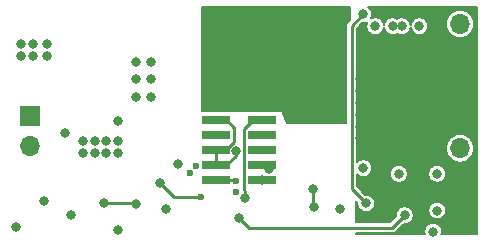
<source format=gbr>
G04 #@! TF.GenerationSoftware,KiCad,Pcbnew,(5.1.2)-2*
G04 #@! TF.CreationDate,2021-10-19T00:11:07+01:00*
G04 #@! TF.ProjectId,HVDCDC,48564443-4443-42e6-9b69-6361645f7063,rev?*
G04 #@! TF.SameCoordinates,Original*
G04 #@! TF.FileFunction,Copper,L4,Bot*
G04 #@! TF.FilePolarity,Positive*
%FSLAX46Y46*%
G04 Gerber Fmt 4.6, Leading zero omitted, Abs format (unit mm)*
G04 Created by KiCad (PCBNEW (5.1.2)-2) date 2021-10-19 00:11:07*
%MOMM*%
%LPD*%
G04 APERTURE LIST*
%ADD10R,2.400000X0.740000*%
%ADD11O,1.700000X1.700000*%
%ADD12R,1.700000X1.700000*%
%ADD13C,0.800000*%
%ADD14C,0.600000*%
%ADD15C,0.250000*%
%ADD16C,0.200000*%
G04 APERTURE END LIST*
D10*
X133450000Y-69960000D03*
X129550000Y-69960000D03*
X133450000Y-71230000D03*
X129550000Y-71230000D03*
X133450000Y-72500000D03*
X129550000Y-72500000D03*
X133450000Y-73770000D03*
X129550000Y-73770000D03*
X133450000Y-75040000D03*
X129550000Y-75040000D03*
D11*
X150200000Y-72340000D03*
D12*
X150200000Y-69800000D03*
D11*
X113800000Y-72140000D03*
D12*
X113800000Y-69600000D03*
D11*
X150200000Y-61810000D03*
D12*
X150200000Y-64350000D03*
D13*
X145250000Y-62000000D03*
X146750000Y-62000000D03*
X144500000Y-62000000D03*
X143000000Y-62000000D03*
X122750000Y-68000000D03*
X122750000Y-66500000D03*
X122750000Y-65000000D03*
X124000000Y-68000000D03*
X124000000Y-66500000D03*
X124000000Y-65000000D03*
X133750000Y-68000000D03*
X132500000Y-68000000D03*
X132500000Y-66500000D03*
X133750000Y-66500000D03*
X133750000Y-65000000D03*
X132500000Y-65000000D03*
X137500000Y-64000000D03*
X136500000Y-64000000D03*
X136500000Y-63000000D03*
X137500000Y-63000000D03*
X138500000Y-63000000D03*
X138500000Y-64000000D03*
X138500000Y-65000000D03*
X137500000Y-65000000D03*
X136500000Y-65000000D03*
X139500000Y-65000000D03*
X139500000Y-64000000D03*
X139500000Y-63000000D03*
X139500000Y-62000000D03*
X138500000Y-62000000D03*
X137500000Y-62000000D03*
X136500000Y-62000000D03*
X139500000Y-61000000D03*
X138500000Y-61000000D03*
X137500000Y-61000000D03*
X136500000Y-61000000D03*
X144750000Y-70500000D03*
X143750000Y-70500000D03*
X142750000Y-70500000D03*
X141750000Y-70500000D03*
X141750000Y-69500000D03*
X142750000Y-69500000D03*
X143750000Y-69500000D03*
X144750000Y-69500000D03*
X145750000Y-69500000D03*
X145750000Y-68500000D03*
X144750000Y-68500000D03*
X143750000Y-68500000D03*
X142750000Y-68500000D03*
X141750000Y-68500000D03*
X141750000Y-67500000D03*
X142750000Y-67500000D03*
X143750000Y-67500000D03*
X144750000Y-67500000D03*
X118250000Y-72750000D03*
X119250000Y-72750000D03*
X120250000Y-72750000D03*
X121250000Y-72750000D03*
X121250000Y-71750000D03*
X120250000Y-71750000D03*
X119250000Y-71750000D03*
X118250000Y-71750000D03*
X117250000Y-78000000D03*
X113000000Y-64500000D03*
X114000000Y-64500000D03*
X115250000Y-64500000D03*
X115250000Y-63500000D03*
X114000000Y-63500000D03*
X113000000Y-63500000D03*
X142000000Y-61000000D03*
X142250000Y-77000000D03*
X125250000Y-77500000D03*
X121250000Y-70000000D03*
X140000000Y-77500000D03*
X148250000Y-74500000D03*
X148239168Y-77599084D03*
X116750000Y-71062510D03*
X112625000Y-79000000D03*
X145000000Y-74500000D03*
X126300000Y-73700004D03*
D14*
X131200000Y-75999999D03*
X127300243Y-74424696D03*
D13*
X131199985Y-72600000D03*
X142000000Y-74000000D03*
X115000000Y-76750000D03*
X121250000Y-79250000D03*
X147900000Y-79375000D03*
X131500000Y-78250016D03*
X145500000Y-78000000D03*
X120000000Y-77000000D03*
X122750000Y-77049968D03*
D14*
X127800000Y-73800000D03*
X131211107Y-75094587D03*
D13*
X141750000Y-66500000D03*
X142750000Y-66500000D03*
X143750000Y-66500000D03*
X144750000Y-66500000D03*
X145750000Y-66500000D03*
X146750000Y-66500000D03*
X146750000Y-67500000D03*
X145750000Y-67500000D03*
X146750000Y-68500000D03*
X146750000Y-69500000D03*
X145750000Y-70500000D03*
X141750000Y-71500000D03*
X142750000Y-71500000D03*
X143750000Y-71500000D03*
X144750000Y-71500000D03*
X145750000Y-71500000D03*
X133450000Y-75040000D03*
X134000000Y-74069998D03*
X132008326Y-76504231D03*
X124787500Y-75287500D03*
D14*
X128225000Y-76460692D03*
D13*
X137750000Y-75750000D03*
X137792659Y-77292663D03*
X135500000Y-61000000D03*
X140500000Y-61000000D03*
X135500000Y-62000000D03*
X139500000Y-66000000D03*
X138500000Y-66000000D03*
X137500000Y-66000000D03*
X136500000Y-66000000D03*
X135500000Y-66000000D03*
X135500000Y-63000000D03*
X135500000Y-64000000D03*
X135500000Y-65000000D03*
X129000000Y-60750000D03*
X129000000Y-68750000D03*
D15*
X142000000Y-61000000D02*
X141000000Y-62000000D01*
X141000000Y-62000000D02*
X141000000Y-75750000D01*
X141850001Y-76600001D02*
X142250000Y-77000000D01*
X141000000Y-75750000D02*
X141850001Y-76600001D01*
X129550000Y-73770000D02*
X129550000Y-72500000D01*
X130380000Y-72500000D02*
X129550000Y-72500000D01*
X131075001Y-71804999D02*
X130380000Y-72500000D01*
X131075001Y-70599999D02*
X131075001Y-71804999D01*
X130435002Y-69960000D02*
X131075001Y-70599999D01*
X129550000Y-69960000D02*
X130435002Y-69960000D01*
X129550000Y-73770000D02*
X130380000Y-73770000D01*
X130380000Y-73770000D02*
X131199985Y-72950015D01*
X131199985Y-72950015D02*
X131199985Y-72600000D01*
X145100001Y-78399999D02*
X145500000Y-78000000D01*
X144438517Y-79061483D02*
X145100001Y-78399999D01*
X132311467Y-79061483D02*
X144438517Y-79061483D01*
X131500000Y-78250016D02*
X132311467Y-79061483D01*
X120000000Y-77000000D02*
X122700032Y-77000000D01*
X122700032Y-77000000D02*
X122750000Y-77049968D01*
X129550000Y-75040000D02*
X131156520Y-75040000D01*
X131156520Y-75040000D02*
X131211107Y-75094587D01*
X133450000Y-73770000D02*
X133700002Y-73770000D01*
X133700002Y-73770000D02*
X134000000Y-74069998D01*
X133450000Y-69960000D02*
X132620000Y-69960000D01*
X132008326Y-75938546D02*
X132008326Y-76504231D01*
X131924999Y-75855219D02*
X132008326Y-75938546D01*
X131924999Y-70655001D02*
X131924999Y-75855219D01*
X132620000Y-69960000D02*
X131924999Y-70655001D01*
X125960692Y-76460692D02*
X124787500Y-75287500D01*
X128225000Y-76460692D02*
X125960692Y-76460692D01*
X137750000Y-77250004D02*
X137792659Y-77292663D01*
X137750000Y-75750000D02*
X137750000Y-77250004D01*
D16*
G36*
X151625001Y-79625000D02*
G01*
X148608241Y-79625000D01*
X148621178Y-79593767D01*
X148650000Y-79448869D01*
X148650000Y-79301131D01*
X148621178Y-79156233D01*
X148564641Y-79019742D01*
X148482563Y-78896903D01*
X148378097Y-78792437D01*
X148255258Y-78710359D01*
X148118767Y-78653822D01*
X147973869Y-78625000D01*
X147826131Y-78625000D01*
X147681233Y-78653822D01*
X147544742Y-78710359D01*
X147421903Y-78792437D01*
X147317437Y-78896903D01*
X147235359Y-79019742D01*
X147178822Y-79156233D01*
X147150000Y-79301131D01*
X147150000Y-79448869D01*
X147178822Y-79593767D01*
X147191759Y-79625000D01*
X141350000Y-79625000D01*
X141350000Y-79536483D01*
X144415185Y-79536483D01*
X144438517Y-79538781D01*
X144461849Y-79536483D01*
X144531633Y-79529610D01*
X144621171Y-79502449D01*
X144703690Y-79458342D01*
X144776018Y-79398984D01*
X144790901Y-79380850D01*
X145422478Y-78749273D01*
X145426131Y-78750000D01*
X145573869Y-78750000D01*
X145718767Y-78721178D01*
X145855258Y-78664641D01*
X145978097Y-78582563D01*
X146082563Y-78478097D01*
X146164641Y-78355258D01*
X146221178Y-78218767D01*
X146250000Y-78073869D01*
X146250000Y-77926131D01*
X146221178Y-77781233D01*
X146164641Y-77644742D01*
X146084776Y-77525215D01*
X147489168Y-77525215D01*
X147489168Y-77672953D01*
X147517990Y-77817851D01*
X147574527Y-77954342D01*
X147656605Y-78077181D01*
X147761071Y-78181647D01*
X147883910Y-78263725D01*
X148020401Y-78320262D01*
X148165299Y-78349084D01*
X148313037Y-78349084D01*
X148457935Y-78320262D01*
X148594426Y-78263725D01*
X148717265Y-78181647D01*
X148821731Y-78077181D01*
X148903809Y-77954342D01*
X148960346Y-77817851D01*
X148989168Y-77672953D01*
X148989168Y-77525215D01*
X148960346Y-77380317D01*
X148903809Y-77243826D01*
X148821731Y-77120987D01*
X148717265Y-77016521D01*
X148594426Y-76934443D01*
X148457935Y-76877906D01*
X148313037Y-76849084D01*
X148165299Y-76849084D01*
X148020401Y-76877906D01*
X147883910Y-76934443D01*
X147761071Y-77016521D01*
X147656605Y-77120987D01*
X147574527Y-77243826D01*
X147517990Y-77380317D01*
X147489168Y-77525215D01*
X146084776Y-77525215D01*
X146082563Y-77521903D01*
X145978097Y-77417437D01*
X145855258Y-77335359D01*
X145718767Y-77278822D01*
X145573869Y-77250000D01*
X145426131Y-77250000D01*
X145281233Y-77278822D01*
X145144742Y-77335359D01*
X145021903Y-77417437D01*
X144917437Y-77521903D01*
X144835359Y-77644742D01*
X144778822Y-77781233D01*
X144750000Y-77926131D01*
X144750000Y-78073869D01*
X144750727Y-78077522D01*
X144241767Y-78586483D01*
X141350000Y-78586483D01*
X141350000Y-76771751D01*
X141500727Y-76922478D01*
X141500000Y-76926131D01*
X141500000Y-77073869D01*
X141528822Y-77218767D01*
X141585359Y-77355258D01*
X141667437Y-77478097D01*
X141771903Y-77582563D01*
X141894742Y-77664641D01*
X142031233Y-77721178D01*
X142176131Y-77750000D01*
X142323869Y-77750000D01*
X142468767Y-77721178D01*
X142605258Y-77664641D01*
X142728097Y-77582563D01*
X142832563Y-77478097D01*
X142914641Y-77355258D01*
X142971178Y-77218767D01*
X143000000Y-77073869D01*
X143000000Y-76926131D01*
X142971178Y-76781233D01*
X142914641Y-76644742D01*
X142832563Y-76521903D01*
X142728097Y-76417437D01*
X142605258Y-76335359D01*
X142468767Y-76278822D01*
X142323869Y-76250000D01*
X142176131Y-76250000D01*
X142172478Y-76250727D01*
X141475000Y-75553250D01*
X141475000Y-74535660D01*
X141521903Y-74582563D01*
X141644742Y-74664641D01*
X141781233Y-74721178D01*
X141926131Y-74750000D01*
X142073869Y-74750000D01*
X142218767Y-74721178D01*
X142355258Y-74664641D01*
X142478097Y-74582563D01*
X142582563Y-74478097D01*
X142617285Y-74426131D01*
X144250000Y-74426131D01*
X144250000Y-74573869D01*
X144278822Y-74718767D01*
X144335359Y-74855258D01*
X144417437Y-74978097D01*
X144521903Y-75082563D01*
X144644742Y-75164641D01*
X144781233Y-75221178D01*
X144926131Y-75250000D01*
X145073869Y-75250000D01*
X145218767Y-75221178D01*
X145355258Y-75164641D01*
X145478097Y-75082563D01*
X145582563Y-74978097D01*
X145664641Y-74855258D01*
X145721178Y-74718767D01*
X145750000Y-74573869D01*
X145750000Y-74426131D01*
X147500000Y-74426131D01*
X147500000Y-74573869D01*
X147528822Y-74718767D01*
X147585359Y-74855258D01*
X147667437Y-74978097D01*
X147771903Y-75082563D01*
X147894742Y-75164641D01*
X148031233Y-75221178D01*
X148176131Y-75250000D01*
X148323869Y-75250000D01*
X148468767Y-75221178D01*
X148605258Y-75164641D01*
X148728097Y-75082563D01*
X148832563Y-74978097D01*
X148914641Y-74855258D01*
X148971178Y-74718767D01*
X149000000Y-74573869D01*
X149000000Y-74426131D01*
X148971178Y-74281233D01*
X148914641Y-74144742D01*
X148832563Y-74021903D01*
X148728097Y-73917437D01*
X148605258Y-73835359D01*
X148468767Y-73778822D01*
X148323869Y-73750000D01*
X148176131Y-73750000D01*
X148031233Y-73778822D01*
X147894742Y-73835359D01*
X147771903Y-73917437D01*
X147667437Y-74021903D01*
X147585359Y-74144742D01*
X147528822Y-74281233D01*
X147500000Y-74426131D01*
X145750000Y-74426131D01*
X145721178Y-74281233D01*
X145664641Y-74144742D01*
X145582563Y-74021903D01*
X145478097Y-73917437D01*
X145355258Y-73835359D01*
X145218767Y-73778822D01*
X145073869Y-73750000D01*
X144926131Y-73750000D01*
X144781233Y-73778822D01*
X144644742Y-73835359D01*
X144521903Y-73917437D01*
X144417437Y-74021903D01*
X144335359Y-74144742D01*
X144278822Y-74281233D01*
X144250000Y-74426131D01*
X142617285Y-74426131D01*
X142664641Y-74355258D01*
X142721178Y-74218767D01*
X142750000Y-74073869D01*
X142750000Y-73926131D01*
X142721178Y-73781233D01*
X142664641Y-73644742D01*
X142582563Y-73521903D01*
X142478097Y-73417437D01*
X142355258Y-73335359D01*
X142218767Y-73278822D01*
X142073869Y-73250000D01*
X141926131Y-73250000D01*
X141781233Y-73278822D01*
X141644742Y-73335359D01*
X141521903Y-73417437D01*
X141475000Y-73464340D01*
X141475000Y-72340000D01*
X148994194Y-72340000D01*
X149017363Y-72575241D01*
X149085981Y-72801442D01*
X149197409Y-73009910D01*
X149347366Y-73192634D01*
X149530090Y-73342591D01*
X149738558Y-73454019D01*
X149964759Y-73522637D01*
X150141050Y-73540000D01*
X150258950Y-73540000D01*
X150435241Y-73522637D01*
X150661442Y-73454019D01*
X150869910Y-73342591D01*
X151052634Y-73192634D01*
X151202591Y-73009910D01*
X151314019Y-72801442D01*
X151382637Y-72575241D01*
X151405806Y-72340000D01*
X151382637Y-72104759D01*
X151314019Y-71878558D01*
X151202591Y-71670090D01*
X151052634Y-71487366D01*
X150869910Y-71337409D01*
X150661442Y-71225981D01*
X150435241Y-71157363D01*
X150258950Y-71140000D01*
X150141050Y-71140000D01*
X149964759Y-71157363D01*
X149738558Y-71225981D01*
X149530090Y-71337409D01*
X149347366Y-71487366D01*
X149197409Y-71670090D01*
X149085981Y-71878558D01*
X149017363Y-72104759D01*
X148994194Y-72340000D01*
X141475000Y-72340000D01*
X141475000Y-62196750D01*
X141922478Y-61749273D01*
X141926131Y-61750000D01*
X142073869Y-61750000D01*
X142218767Y-61721178D01*
X142321288Y-61678712D01*
X142278822Y-61781233D01*
X142250000Y-61926131D01*
X142250000Y-62073869D01*
X142278822Y-62218767D01*
X142335359Y-62355258D01*
X142417437Y-62478097D01*
X142521903Y-62582563D01*
X142644742Y-62664641D01*
X142781233Y-62721178D01*
X142926131Y-62750000D01*
X143073869Y-62750000D01*
X143218767Y-62721178D01*
X143355258Y-62664641D01*
X143478097Y-62582563D01*
X143582563Y-62478097D01*
X143664641Y-62355258D01*
X143721178Y-62218767D01*
X143750000Y-62073869D01*
X143778822Y-62218767D01*
X143835359Y-62355258D01*
X143917437Y-62478097D01*
X144021903Y-62582563D01*
X144144742Y-62664641D01*
X144281233Y-62721178D01*
X144426131Y-62750000D01*
X144573869Y-62750000D01*
X144718767Y-62721178D01*
X144855258Y-62664641D01*
X144875000Y-62651450D01*
X144894742Y-62664641D01*
X145031233Y-62721178D01*
X145176131Y-62750000D01*
X145323869Y-62750000D01*
X145468767Y-62721178D01*
X145605258Y-62664641D01*
X145728097Y-62582563D01*
X145832563Y-62478097D01*
X145914641Y-62355258D01*
X145971178Y-62218767D01*
X146000000Y-62073869D01*
X146028822Y-62218767D01*
X146085359Y-62355258D01*
X146167437Y-62478097D01*
X146271903Y-62582563D01*
X146394742Y-62664641D01*
X146531233Y-62721178D01*
X146676131Y-62750000D01*
X146823869Y-62750000D01*
X146968767Y-62721178D01*
X147105258Y-62664641D01*
X147228097Y-62582563D01*
X147332563Y-62478097D01*
X147414641Y-62355258D01*
X147471178Y-62218767D01*
X147500000Y-62073869D01*
X147500000Y-61926131D01*
X147476901Y-61810000D01*
X148994194Y-61810000D01*
X149017363Y-62045241D01*
X149085981Y-62271442D01*
X149197409Y-62479910D01*
X149347366Y-62662634D01*
X149530090Y-62812591D01*
X149738558Y-62924019D01*
X149964759Y-62992637D01*
X150141050Y-63010000D01*
X150258950Y-63010000D01*
X150435241Y-62992637D01*
X150661442Y-62924019D01*
X150869910Y-62812591D01*
X151052634Y-62662634D01*
X151202591Y-62479910D01*
X151314019Y-62271442D01*
X151382637Y-62045241D01*
X151405806Y-61810000D01*
X151382637Y-61574759D01*
X151314019Y-61348558D01*
X151202591Y-61140090D01*
X151052634Y-60957366D01*
X150869910Y-60807409D01*
X150661442Y-60695981D01*
X150435241Y-60627363D01*
X150258950Y-60610000D01*
X150141050Y-60610000D01*
X149964759Y-60627363D01*
X149738558Y-60695981D01*
X149530090Y-60807409D01*
X149347366Y-60957366D01*
X149197409Y-61140090D01*
X149085981Y-61348558D01*
X149017363Y-61574759D01*
X148994194Y-61810000D01*
X147476901Y-61810000D01*
X147471178Y-61781233D01*
X147414641Y-61644742D01*
X147332563Y-61521903D01*
X147228097Y-61417437D01*
X147105258Y-61335359D01*
X146968767Y-61278822D01*
X146823869Y-61250000D01*
X146676131Y-61250000D01*
X146531233Y-61278822D01*
X146394742Y-61335359D01*
X146271903Y-61417437D01*
X146167437Y-61521903D01*
X146085359Y-61644742D01*
X146028822Y-61781233D01*
X146000000Y-61926131D01*
X145971178Y-61781233D01*
X145914641Y-61644742D01*
X145832563Y-61521903D01*
X145728097Y-61417437D01*
X145605258Y-61335359D01*
X145468767Y-61278822D01*
X145323869Y-61250000D01*
X145176131Y-61250000D01*
X145031233Y-61278822D01*
X144894742Y-61335359D01*
X144875000Y-61348550D01*
X144855258Y-61335359D01*
X144718767Y-61278822D01*
X144573869Y-61250000D01*
X144426131Y-61250000D01*
X144281233Y-61278822D01*
X144144742Y-61335359D01*
X144021903Y-61417437D01*
X143917437Y-61521903D01*
X143835359Y-61644742D01*
X143778822Y-61781233D01*
X143750000Y-61926131D01*
X143721178Y-61781233D01*
X143664641Y-61644742D01*
X143582563Y-61521903D01*
X143478097Y-61417437D01*
X143355258Y-61335359D01*
X143218767Y-61278822D01*
X143073869Y-61250000D01*
X142926131Y-61250000D01*
X142781233Y-61278822D01*
X142678712Y-61321288D01*
X142721178Y-61218767D01*
X142750000Y-61073869D01*
X142750000Y-60926131D01*
X142721178Y-60781233D01*
X142664641Y-60644742D01*
X142582563Y-60521903D01*
X142478097Y-60417437D01*
X142414585Y-60375000D01*
X151625000Y-60375000D01*
X151625001Y-79625000D01*
X151625001Y-79625000D01*
G37*
X151625001Y-79625000D02*
X148608241Y-79625000D01*
X148621178Y-79593767D01*
X148650000Y-79448869D01*
X148650000Y-79301131D01*
X148621178Y-79156233D01*
X148564641Y-79019742D01*
X148482563Y-78896903D01*
X148378097Y-78792437D01*
X148255258Y-78710359D01*
X148118767Y-78653822D01*
X147973869Y-78625000D01*
X147826131Y-78625000D01*
X147681233Y-78653822D01*
X147544742Y-78710359D01*
X147421903Y-78792437D01*
X147317437Y-78896903D01*
X147235359Y-79019742D01*
X147178822Y-79156233D01*
X147150000Y-79301131D01*
X147150000Y-79448869D01*
X147178822Y-79593767D01*
X147191759Y-79625000D01*
X141350000Y-79625000D01*
X141350000Y-79536483D01*
X144415185Y-79536483D01*
X144438517Y-79538781D01*
X144461849Y-79536483D01*
X144531633Y-79529610D01*
X144621171Y-79502449D01*
X144703690Y-79458342D01*
X144776018Y-79398984D01*
X144790901Y-79380850D01*
X145422478Y-78749273D01*
X145426131Y-78750000D01*
X145573869Y-78750000D01*
X145718767Y-78721178D01*
X145855258Y-78664641D01*
X145978097Y-78582563D01*
X146082563Y-78478097D01*
X146164641Y-78355258D01*
X146221178Y-78218767D01*
X146250000Y-78073869D01*
X146250000Y-77926131D01*
X146221178Y-77781233D01*
X146164641Y-77644742D01*
X146084776Y-77525215D01*
X147489168Y-77525215D01*
X147489168Y-77672953D01*
X147517990Y-77817851D01*
X147574527Y-77954342D01*
X147656605Y-78077181D01*
X147761071Y-78181647D01*
X147883910Y-78263725D01*
X148020401Y-78320262D01*
X148165299Y-78349084D01*
X148313037Y-78349084D01*
X148457935Y-78320262D01*
X148594426Y-78263725D01*
X148717265Y-78181647D01*
X148821731Y-78077181D01*
X148903809Y-77954342D01*
X148960346Y-77817851D01*
X148989168Y-77672953D01*
X148989168Y-77525215D01*
X148960346Y-77380317D01*
X148903809Y-77243826D01*
X148821731Y-77120987D01*
X148717265Y-77016521D01*
X148594426Y-76934443D01*
X148457935Y-76877906D01*
X148313037Y-76849084D01*
X148165299Y-76849084D01*
X148020401Y-76877906D01*
X147883910Y-76934443D01*
X147761071Y-77016521D01*
X147656605Y-77120987D01*
X147574527Y-77243826D01*
X147517990Y-77380317D01*
X147489168Y-77525215D01*
X146084776Y-77525215D01*
X146082563Y-77521903D01*
X145978097Y-77417437D01*
X145855258Y-77335359D01*
X145718767Y-77278822D01*
X145573869Y-77250000D01*
X145426131Y-77250000D01*
X145281233Y-77278822D01*
X145144742Y-77335359D01*
X145021903Y-77417437D01*
X144917437Y-77521903D01*
X144835359Y-77644742D01*
X144778822Y-77781233D01*
X144750000Y-77926131D01*
X144750000Y-78073869D01*
X144750727Y-78077522D01*
X144241767Y-78586483D01*
X141350000Y-78586483D01*
X141350000Y-76771751D01*
X141500727Y-76922478D01*
X141500000Y-76926131D01*
X141500000Y-77073869D01*
X141528822Y-77218767D01*
X141585359Y-77355258D01*
X141667437Y-77478097D01*
X141771903Y-77582563D01*
X141894742Y-77664641D01*
X142031233Y-77721178D01*
X142176131Y-77750000D01*
X142323869Y-77750000D01*
X142468767Y-77721178D01*
X142605258Y-77664641D01*
X142728097Y-77582563D01*
X142832563Y-77478097D01*
X142914641Y-77355258D01*
X142971178Y-77218767D01*
X143000000Y-77073869D01*
X143000000Y-76926131D01*
X142971178Y-76781233D01*
X142914641Y-76644742D01*
X142832563Y-76521903D01*
X142728097Y-76417437D01*
X142605258Y-76335359D01*
X142468767Y-76278822D01*
X142323869Y-76250000D01*
X142176131Y-76250000D01*
X142172478Y-76250727D01*
X141475000Y-75553250D01*
X141475000Y-74535660D01*
X141521903Y-74582563D01*
X141644742Y-74664641D01*
X141781233Y-74721178D01*
X141926131Y-74750000D01*
X142073869Y-74750000D01*
X142218767Y-74721178D01*
X142355258Y-74664641D01*
X142478097Y-74582563D01*
X142582563Y-74478097D01*
X142617285Y-74426131D01*
X144250000Y-74426131D01*
X144250000Y-74573869D01*
X144278822Y-74718767D01*
X144335359Y-74855258D01*
X144417437Y-74978097D01*
X144521903Y-75082563D01*
X144644742Y-75164641D01*
X144781233Y-75221178D01*
X144926131Y-75250000D01*
X145073869Y-75250000D01*
X145218767Y-75221178D01*
X145355258Y-75164641D01*
X145478097Y-75082563D01*
X145582563Y-74978097D01*
X145664641Y-74855258D01*
X145721178Y-74718767D01*
X145750000Y-74573869D01*
X145750000Y-74426131D01*
X147500000Y-74426131D01*
X147500000Y-74573869D01*
X147528822Y-74718767D01*
X147585359Y-74855258D01*
X147667437Y-74978097D01*
X147771903Y-75082563D01*
X147894742Y-75164641D01*
X148031233Y-75221178D01*
X148176131Y-75250000D01*
X148323869Y-75250000D01*
X148468767Y-75221178D01*
X148605258Y-75164641D01*
X148728097Y-75082563D01*
X148832563Y-74978097D01*
X148914641Y-74855258D01*
X148971178Y-74718767D01*
X149000000Y-74573869D01*
X149000000Y-74426131D01*
X148971178Y-74281233D01*
X148914641Y-74144742D01*
X148832563Y-74021903D01*
X148728097Y-73917437D01*
X148605258Y-73835359D01*
X148468767Y-73778822D01*
X148323869Y-73750000D01*
X148176131Y-73750000D01*
X148031233Y-73778822D01*
X147894742Y-73835359D01*
X147771903Y-73917437D01*
X147667437Y-74021903D01*
X147585359Y-74144742D01*
X147528822Y-74281233D01*
X147500000Y-74426131D01*
X145750000Y-74426131D01*
X145721178Y-74281233D01*
X145664641Y-74144742D01*
X145582563Y-74021903D01*
X145478097Y-73917437D01*
X145355258Y-73835359D01*
X145218767Y-73778822D01*
X145073869Y-73750000D01*
X144926131Y-73750000D01*
X144781233Y-73778822D01*
X144644742Y-73835359D01*
X144521903Y-73917437D01*
X144417437Y-74021903D01*
X144335359Y-74144742D01*
X144278822Y-74281233D01*
X144250000Y-74426131D01*
X142617285Y-74426131D01*
X142664641Y-74355258D01*
X142721178Y-74218767D01*
X142750000Y-74073869D01*
X142750000Y-73926131D01*
X142721178Y-73781233D01*
X142664641Y-73644742D01*
X142582563Y-73521903D01*
X142478097Y-73417437D01*
X142355258Y-73335359D01*
X142218767Y-73278822D01*
X142073869Y-73250000D01*
X141926131Y-73250000D01*
X141781233Y-73278822D01*
X141644742Y-73335359D01*
X141521903Y-73417437D01*
X141475000Y-73464340D01*
X141475000Y-72340000D01*
X148994194Y-72340000D01*
X149017363Y-72575241D01*
X149085981Y-72801442D01*
X149197409Y-73009910D01*
X149347366Y-73192634D01*
X149530090Y-73342591D01*
X149738558Y-73454019D01*
X149964759Y-73522637D01*
X150141050Y-73540000D01*
X150258950Y-73540000D01*
X150435241Y-73522637D01*
X150661442Y-73454019D01*
X150869910Y-73342591D01*
X151052634Y-73192634D01*
X151202591Y-73009910D01*
X151314019Y-72801442D01*
X151382637Y-72575241D01*
X151405806Y-72340000D01*
X151382637Y-72104759D01*
X151314019Y-71878558D01*
X151202591Y-71670090D01*
X151052634Y-71487366D01*
X150869910Y-71337409D01*
X150661442Y-71225981D01*
X150435241Y-71157363D01*
X150258950Y-71140000D01*
X150141050Y-71140000D01*
X149964759Y-71157363D01*
X149738558Y-71225981D01*
X149530090Y-71337409D01*
X149347366Y-71487366D01*
X149197409Y-71670090D01*
X149085981Y-71878558D01*
X149017363Y-72104759D01*
X148994194Y-72340000D01*
X141475000Y-72340000D01*
X141475000Y-62196750D01*
X141922478Y-61749273D01*
X141926131Y-61750000D01*
X142073869Y-61750000D01*
X142218767Y-61721178D01*
X142321288Y-61678712D01*
X142278822Y-61781233D01*
X142250000Y-61926131D01*
X142250000Y-62073869D01*
X142278822Y-62218767D01*
X142335359Y-62355258D01*
X142417437Y-62478097D01*
X142521903Y-62582563D01*
X142644742Y-62664641D01*
X142781233Y-62721178D01*
X142926131Y-62750000D01*
X143073869Y-62750000D01*
X143218767Y-62721178D01*
X143355258Y-62664641D01*
X143478097Y-62582563D01*
X143582563Y-62478097D01*
X143664641Y-62355258D01*
X143721178Y-62218767D01*
X143750000Y-62073869D01*
X143778822Y-62218767D01*
X143835359Y-62355258D01*
X143917437Y-62478097D01*
X144021903Y-62582563D01*
X144144742Y-62664641D01*
X144281233Y-62721178D01*
X144426131Y-62750000D01*
X144573869Y-62750000D01*
X144718767Y-62721178D01*
X144855258Y-62664641D01*
X144875000Y-62651450D01*
X144894742Y-62664641D01*
X145031233Y-62721178D01*
X145176131Y-62750000D01*
X145323869Y-62750000D01*
X145468767Y-62721178D01*
X145605258Y-62664641D01*
X145728097Y-62582563D01*
X145832563Y-62478097D01*
X145914641Y-62355258D01*
X145971178Y-62218767D01*
X146000000Y-62073869D01*
X146028822Y-62218767D01*
X146085359Y-62355258D01*
X146167437Y-62478097D01*
X146271903Y-62582563D01*
X146394742Y-62664641D01*
X146531233Y-62721178D01*
X146676131Y-62750000D01*
X146823869Y-62750000D01*
X146968767Y-62721178D01*
X147105258Y-62664641D01*
X147228097Y-62582563D01*
X147332563Y-62478097D01*
X147414641Y-62355258D01*
X147471178Y-62218767D01*
X147500000Y-62073869D01*
X147500000Y-61926131D01*
X147476901Y-61810000D01*
X148994194Y-61810000D01*
X149017363Y-62045241D01*
X149085981Y-62271442D01*
X149197409Y-62479910D01*
X149347366Y-62662634D01*
X149530090Y-62812591D01*
X149738558Y-62924019D01*
X149964759Y-62992637D01*
X150141050Y-63010000D01*
X150258950Y-63010000D01*
X150435241Y-62992637D01*
X150661442Y-62924019D01*
X150869910Y-62812591D01*
X151052634Y-62662634D01*
X151202591Y-62479910D01*
X151314019Y-62271442D01*
X151382637Y-62045241D01*
X151405806Y-61810000D01*
X151382637Y-61574759D01*
X151314019Y-61348558D01*
X151202591Y-61140090D01*
X151052634Y-60957366D01*
X150869910Y-60807409D01*
X150661442Y-60695981D01*
X150435241Y-60627363D01*
X150258950Y-60610000D01*
X150141050Y-60610000D01*
X149964759Y-60627363D01*
X149738558Y-60695981D01*
X149530090Y-60807409D01*
X149347366Y-60957366D01*
X149197409Y-61140090D01*
X149085981Y-61348558D01*
X149017363Y-61574759D01*
X148994194Y-61810000D01*
X147476901Y-61810000D01*
X147471178Y-61781233D01*
X147414641Y-61644742D01*
X147332563Y-61521903D01*
X147228097Y-61417437D01*
X147105258Y-61335359D01*
X146968767Y-61278822D01*
X146823869Y-61250000D01*
X146676131Y-61250000D01*
X146531233Y-61278822D01*
X146394742Y-61335359D01*
X146271903Y-61417437D01*
X146167437Y-61521903D01*
X146085359Y-61644742D01*
X146028822Y-61781233D01*
X146000000Y-61926131D01*
X145971178Y-61781233D01*
X145914641Y-61644742D01*
X145832563Y-61521903D01*
X145728097Y-61417437D01*
X145605258Y-61335359D01*
X145468767Y-61278822D01*
X145323869Y-61250000D01*
X145176131Y-61250000D01*
X145031233Y-61278822D01*
X144894742Y-61335359D01*
X144875000Y-61348550D01*
X144855258Y-61335359D01*
X144718767Y-61278822D01*
X144573869Y-61250000D01*
X144426131Y-61250000D01*
X144281233Y-61278822D01*
X144144742Y-61335359D01*
X144021903Y-61417437D01*
X143917437Y-61521903D01*
X143835359Y-61644742D01*
X143778822Y-61781233D01*
X143750000Y-61926131D01*
X143721178Y-61781233D01*
X143664641Y-61644742D01*
X143582563Y-61521903D01*
X143478097Y-61417437D01*
X143355258Y-61335359D01*
X143218767Y-61278822D01*
X143073869Y-61250000D01*
X142926131Y-61250000D01*
X142781233Y-61278822D01*
X142678712Y-61321288D01*
X142721178Y-61218767D01*
X142750000Y-61073869D01*
X142750000Y-60926131D01*
X142721178Y-60781233D01*
X142664641Y-60644742D01*
X142582563Y-60521903D01*
X142478097Y-60417437D01*
X142414585Y-60375000D01*
X151625000Y-60375000D01*
X151625001Y-79625000D01*
G36*
X140900000Y-61428250D02*
G01*
X140680634Y-61647616D01*
X140662499Y-61662499D01*
X140603141Y-61734827D01*
X140559034Y-61817347D01*
X140540112Y-61879723D01*
X140531873Y-61906884D01*
X140522702Y-62000000D01*
X140525000Y-62023332D01*
X140525001Y-70150000D01*
X135561803Y-70150000D01*
X135089443Y-69205279D01*
X135078999Y-69188689D01*
X135065520Y-69174455D01*
X135049523Y-69163124D01*
X135031623Y-69155132D01*
X135012507Y-69150785D01*
X135000000Y-69150000D01*
X128350000Y-69150000D01*
X128350000Y-60375000D01*
X140900000Y-60375000D01*
X140900000Y-61428250D01*
X140900000Y-61428250D01*
G37*
X140900000Y-61428250D02*
X140680634Y-61647616D01*
X140662499Y-61662499D01*
X140603141Y-61734827D01*
X140559034Y-61817347D01*
X140540112Y-61879723D01*
X140531873Y-61906884D01*
X140522702Y-62000000D01*
X140525000Y-62023332D01*
X140525001Y-70150000D01*
X135561803Y-70150000D01*
X135089443Y-69205279D01*
X135078999Y-69188689D01*
X135065520Y-69174455D01*
X135049523Y-69163124D01*
X135031623Y-69155132D01*
X135012507Y-69150785D01*
X135000000Y-69150000D01*
X128350000Y-69150000D01*
X128350000Y-60375000D01*
X140900000Y-60375000D01*
X140900000Y-61428250D01*
M02*

</source>
